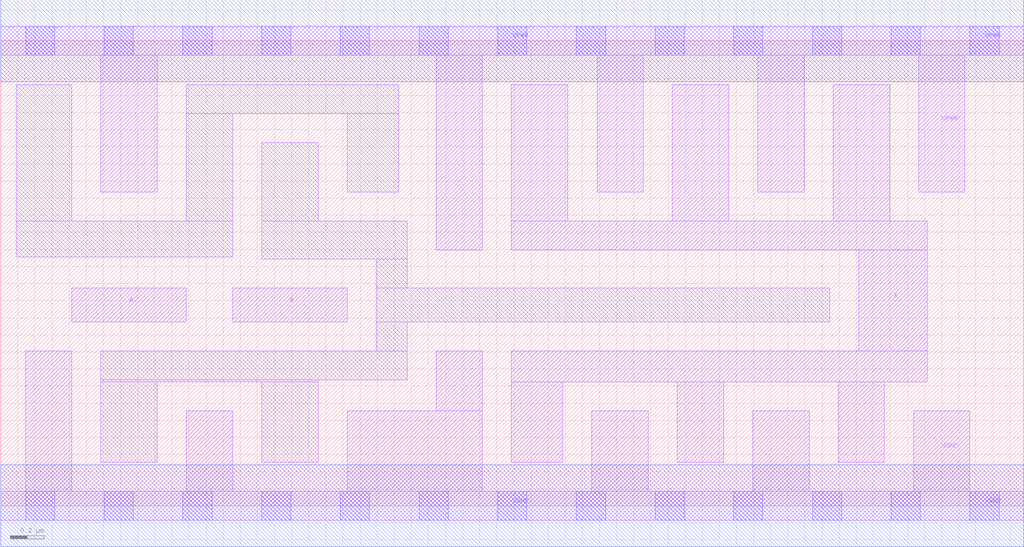
<source format=lef>
# Copyright 2020 The SkyWater PDK Authors
#
# Licensed under the Apache License, Version 2.0 (the "License");
# you may not use this file except in compliance with the License.
# You may obtain a copy of the License at
#
#     https://www.apache.org/licenses/LICENSE-2.0
#
# Unless required by applicable law or agreed to in writing, software
# distributed under the License is distributed on an "AS IS" BASIS,
# WITHOUT WARRANTIES OR CONDITIONS OF ANY KIND, either express or implied.
# See the License for the specific language governing permissions and
# limitations under the License.
#
# SPDX-License-Identifier: Apache-2.0

VERSION 5.7 ;
  NAMESCASESENSITIVE ON ;
  NOWIREEXTENSIONATPIN ON ;
  DIVIDERCHAR "/" ;
  BUSBITCHARS "[]" ;
UNITS
  DATABASE MICRONS 200 ;
END UNITS
PROPERTYDEFINITIONS
  MACRO maskLayoutSubType STRING ;
  MACRO prCellType STRING ;
  MACRO originalViewName STRING ;
END PROPERTYDEFINITIONS
MACRO sky130_fd_sc_hdll__or2_6
  CLASS CORE ;
  FOREIGN sky130_fd_sc_hdll__or2_6 ;
  ORIGIN  0.000000  0.000000 ;
  SIZE  5.980000 BY  2.720000 ;
  SYMMETRY X Y R90 ;
  SITE unithd ;
  PIN A
    ANTENNAGATEAREA  0.555000 ;
    DIRECTION INPUT ;
    USE SIGNAL ;
    PORT
      LAYER li1 ;
        RECT 0.415000 1.075000 1.085000 1.275000 ;
    END
  END A
  PIN B
    ANTENNAGATEAREA  0.555000 ;
    DIRECTION INPUT ;
    USE SIGNAL ;
    PORT
      LAYER li1 ;
        RECT 1.355000 1.075000 2.025000 1.275000 ;
    END
  END B
  PIN VGND
    ANTENNADIFFAREA  1.722500 ;
    DIRECTION INOUT ;
    USE SIGNAL ;
    PORT
      LAYER li1 ;
        RECT 0.000000 -0.085000 5.980000 0.085000 ;
        RECT 0.145000  0.085000 0.415000 0.905000 ;
        RECT 1.085000  0.085000 1.355000 0.555000 ;
        RECT 2.025000  0.085000 2.815000 0.555000 ;
        RECT 2.545000  0.555000 2.815000 0.905000 ;
        RECT 3.455000  0.085000 3.785000 0.555000 ;
        RECT 4.395000  0.085000 4.725000 0.555000 ;
        RECT 5.335000  0.085000 5.665000 0.555000 ;
      LAYER mcon ;
        RECT 0.145000 -0.085000 0.315000 0.085000 ;
        RECT 0.605000 -0.085000 0.775000 0.085000 ;
        RECT 1.065000 -0.085000 1.235000 0.085000 ;
        RECT 1.525000 -0.085000 1.695000 0.085000 ;
        RECT 1.985000 -0.085000 2.155000 0.085000 ;
        RECT 2.445000 -0.085000 2.615000 0.085000 ;
        RECT 2.905000 -0.085000 3.075000 0.085000 ;
        RECT 3.365000 -0.085000 3.535000 0.085000 ;
        RECT 3.825000 -0.085000 3.995000 0.085000 ;
        RECT 4.285000 -0.085000 4.455000 0.085000 ;
        RECT 4.745000 -0.085000 4.915000 0.085000 ;
        RECT 5.205000 -0.085000 5.375000 0.085000 ;
        RECT 5.665000 -0.085000 5.835000 0.085000 ;
      LAYER met1 ;
        RECT 0.000000 -0.240000 5.980000 0.240000 ;
    END
  END VGND
  PIN VPWR
    ANTENNADIFFAREA  1.420000 ;
    DIRECTION INOUT ;
    USE SIGNAL ;
    PORT
      LAYER li1 ;
        RECT 0.000000 2.635000 5.980000 2.805000 ;
        RECT 0.585000 1.835000 0.915000 2.635000 ;
        RECT 2.545000 1.495000 2.815000 2.635000 ;
        RECT 3.485000 1.835000 3.755000 2.635000 ;
        RECT 4.425000 1.835000 4.695000 2.635000 ;
        RECT 5.365000 1.835000 5.635000 2.635000 ;
      LAYER mcon ;
        RECT 0.145000 2.635000 0.315000 2.805000 ;
        RECT 0.605000 2.635000 0.775000 2.805000 ;
        RECT 1.065000 2.635000 1.235000 2.805000 ;
        RECT 1.525000 2.635000 1.695000 2.805000 ;
        RECT 1.985000 2.635000 2.155000 2.805000 ;
        RECT 2.445000 2.635000 2.615000 2.805000 ;
        RECT 2.905000 2.635000 3.075000 2.805000 ;
        RECT 3.365000 2.635000 3.535000 2.805000 ;
        RECT 3.825000 2.635000 3.995000 2.805000 ;
        RECT 4.285000 2.635000 4.455000 2.805000 ;
        RECT 4.745000 2.635000 4.915000 2.805000 ;
        RECT 5.205000 2.635000 5.375000 2.805000 ;
        RECT 5.665000 2.635000 5.835000 2.805000 ;
      LAYER met1 ;
        RECT 0.000000 2.480000 5.980000 2.960000 ;
    END
  END VPWR
  PIN X
    ANTENNADIFFAREA  1.396500 ;
    DIRECTION OUTPUT ;
    USE SIGNAL ;
    PORT
      LAYER li1 ;
        RECT 2.985000 0.255000 3.285000 0.725000 ;
        RECT 2.985000 0.725000 5.415000 0.905000 ;
        RECT 2.985000 1.495000 5.415000 1.665000 ;
        RECT 2.985000 1.665000 3.315000 2.465000 ;
        RECT 3.925000 1.665000 4.255000 2.465000 ;
        RECT 3.955000 0.255000 4.225000 0.725000 ;
        RECT 4.865000 1.665000 5.195000 2.465000 ;
        RECT 4.895000 0.255000 5.165000 0.725000 ;
        RECT 5.015000 0.905000 5.415000 1.495000 ;
    END
  END X
  OBS
    LAYER li1 ;
      RECT 0.090000 1.455000 1.355000 1.665000 ;
      RECT 0.090000 1.665000 0.415000 2.465000 ;
      RECT 0.585000 0.255000 0.915000 0.725000 ;
      RECT 0.585000 0.725000 1.855000 0.735000 ;
      RECT 0.585000 0.735000 2.375000 0.905000 ;
      RECT 1.085000 1.665000 1.355000 2.295000 ;
      RECT 1.085000 2.295000 2.325000 2.465000 ;
      RECT 1.525000 0.255000 1.855000 0.725000 ;
      RECT 1.525000 1.445000 2.375000 1.665000 ;
      RECT 1.525000 1.665000 1.855000 2.125000 ;
      RECT 2.025000 1.835000 2.325000 2.295000 ;
      RECT 2.195000 0.905000 2.375000 1.075000 ;
      RECT 2.195000 1.075000 4.845000 1.275000 ;
      RECT 2.195000 1.275000 2.375000 1.445000 ;
  END
  PROPERTY maskLayoutSubType "abstract" ;
  PROPERTY prCellType "standard" ;
  PROPERTY originalViewName "layout" ;
END sky130_fd_sc_hdll__or2_6

</source>
